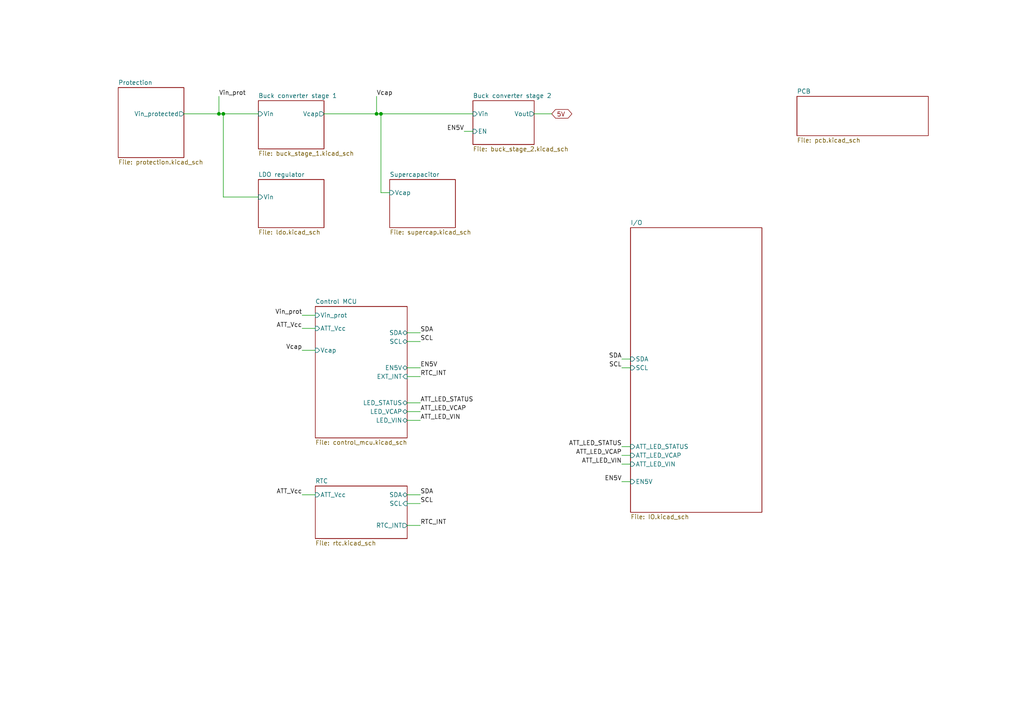
<source format=kicad_sch>
(kicad_sch (version 20211123) (generator eeschema)
  (paper "A4")
  (title_block (title "Sailor Hat for Raspberry Pi") (date "2021-08-19") (rev "v1.0.1") (company "Hat Labs Ltd") (comment 1 "https://creativecommons.org/licenses/by/4.0") (comment 2 "To view a copy of this license, visit ") (comment 3 "Sailor Hat for Raspberry Pi is licensed under CC BY 4.0."))
  (lib_symbols)
  (junction (at 110.49 33.02))
  (junction (at 63.5 33.02))
  (junction (at 64.77 33.02))
  (junction (at 109.22 33.02))
  (wire (pts (xy 121.92 143.51) (xy 118.11 143.51)))
  (wire (pts (xy 63.5 33.02) (xy 64.77 33.02)))
  (wire (pts (xy 91.44 101.6) (xy 87.63 101.6)))
  (wire (pts (xy 110.49 33.02) (xy 137.16 33.02)))
  (wire (pts (xy 182.88 106.68) (xy 180.34 106.68)))
  (wire (pts (xy 93.98 33.02) (xy 109.22 33.02)))
  (wire (pts (xy 118.11 109.22) (xy 121.92 109.22)))
  (wire (pts (xy 182.88 132.08) (xy 180.34 132.08)))
  (wire (pts (xy 113.03 55.88) (xy 110.49 55.88)))
  (wire (pts (xy 118.11 146.05) (xy 121.92 146.05)))
  (wire (pts (xy 134.62 38.1) (xy 137.16 38.1)))
  (wire (pts (xy 64.77 33.02) (xy 74.93 33.02)))
  (wire (pts (xy 87.63 143.51) (xy 91.44 143.51)))
  (wire (pts (xy 180.34 129.54) (xy 182.88 129.54)))
  (wire (pts (xy 64.77 57.15) (xy 74.93 57.15)))
  (wire (pts (xy 118.11 121.92) (xy 121.92 121.92)))
  (wire (pts (xy 180.34 104.14) (xy 182.88 104.14)))
  (wire (pts (xy 180.34 139.7) (xy 182.88 139.7)))
  (wire (pts (xy 118.11 152.4) (xy 121.92 152.4)))
  (wire (pts (xy 53.34 33.02) (xy 63.5 33.02)))
  (wire (pts (xy 110.49 33.02) (xy 110.49 55.88)))
  (wire (pts (xy 109.22 33.02) (xy 110.49 33.02)))
  (wire (pts (xy 154.94 33.02) (xy 160.02 33.02)))
  (wire (pts (xy 63.5 27.94) (xy 63.5 33.02)))
  (wire (pts (xy 121.92 106.68) (xy 118.11 106.68)))
  (wire (pts (xy 64.77 33.02) (xy 64.77 57.15)))
  (wire (pts (xy 182.88 134.62) (xy 180.34 134.62)))
  (wire (pts (xy 109.22 27.94) (xy 109.22 33.02)))
  (wire (pts (xy 118.11 99.06) (xy 121.92 99.06)))
  (wire (pts (xy 87.63 95.25) (xy 91.44 95.25)))
  (wire (pts (xy 121.92 116.84) (xy 118.11 116.84)))
  (wire (pts (xy 118.11 119.38) (xy 121.92 119.38)))
  (wire (pts (xy 121.92 96.52) (xy 118.11 96.52)))
  (wire (pts (xy 87.63 91.44) (xy 91.44 91.44)))
  (label "SCL" (at 180.34 106.68 180))
  (label "ATT_LED_VIN" (at 180.34 134.62 180))
  (label "Vin_prot" (at 63.5 27.94 0))
  (label "EN5V" (at 134.62 38.1 180))
  (label "SCL" (at 121.92 146.05 0))
  (label "RTC_INT" (at 121.92 109.22 0))
  (label "EN5V" (at 121.92 106.68 0))
  (label "ATT_LED_STATUS" (at 180.34 129.54 180))
  (label "RTC_INT" (at 121.92 152.4 0))
  (label "SDA" (at 180.34 104.14 180))
  (label "SDA" (at 121.92 96.52 0))
  (label "Vcap" (at 87.63 101.6 180))
  (label "Vin_prot" (at 87.63 91.44 180))
  (label "ATT_Vcc" (at 87.63 95.25 180))
  (label "ATT_Vcc" (at 87.63 143.51 180))
  (label "SCL" (at 121.92 99.06 0))
  (label "ATT_LED_VCAP" (at 121.92 119.38 0))
  (label "ATT_LED_VIN" (at 121.92 121.92 0))
  (label "ATT_LED_VCAP" (at 180.34 132.08 180))
  (label "EN5V" (at 180.34 139.7 180))
  (label "ATT_LED_STATUS" (at 121.92 116.84 0))
  (label "Vcap" (at 109.22 27.94 0))
  (label "SDA" (at 121.92 143.51 0))
  (global_label "5V" (shape bidirectional) (at 160.02 33.02 0) (property "Intersheet References" "${INTERSHEET_REFS}" (effects hide)))
  (sheet (at 91.44 88.9) (size 26.67 38.1)
    (property "Sheet name" "Control MCU" (at 91.44 88.1884 0) (effects (justify left bottom)))
    (property "Sheet file" "control_mcu.kicad_sch" (at 91.44 127.5846 0) (effects (justify left top)))
    (pin "Vin_prot" input (at 91.44 91.44 180))
    (pin "SDA" bidirectional (at 118.11 96.52 0))
    (pin "SCL" bidirectional (at 118.11 99.06 0))
    (pin "LED_VIN" bidirectional (at 118.11 121.92 0))
    (pin "EN5V" bidirectional (at 118.11 106.68 0))
    (pin "LED_STATUS" bidirectional (at 118.11 116.84 0))
    (pin "LED_VCAP" bidirectional (at 118.11 119.38 0))
    (pin "ATT_Vcc" input (at 91.44 95.25 180))
    (pin "Vcap" input (at 91.44 101.6 180))
    (pin "EXT_INT" input (at 118.11 109.22 0))
  )
  (sheet (at 74.93 29.21) (size 19.05 13.97)
    (property "Sheet name" "Buck converter stage 1" (at 74.93 28.4984 0) (effects (justify left bottom)))
    (property "Sheet file" "buck_stage_1.kicad_sch" (at 74.93 43.7646 0) (effects (justify left top)))
    (pin "Vin" input (at 74.93 33.02 180))
    (pin "Vcap" output (at 93.98 33.02 0))
  )
  (sheet (at 137.16 29.21) (size 17.78 12.7)
    (property "Sheet name" "Buck converter stage 2" (at 137.16 28.4984 0) (effects (justify left bottom)))
    (property "Sheet file" "buck_stage_2.kicad_sch" (at 137.16 42.4946 0) (effects (justify left top)))
    (pin "Vin" input (at 137.16 33.02 180))
    (pin "Vout" output (at 154.94 33.02 0))
    (pin "EN" input (at 137.16 38.1 180))
  )
  (sheet (at 91.44 140.97) (size 26.67 15.24)
    (property "Sheet name" "RTC" (at 91.44 140.2584 0) (effects (justify left bottom)))
    (property "Sheet file" "rtc.kicad_sch" (at 91.44 156.7946 0) (effects (justify left top)))
    (pin "SCL" input (at 118.11 146.05 0))
    (pin "SDA" bidirectional (at 118.11 143.51 0))
    (pin "ATT_Vcc" input (at 91.44 143.51 180))
    (pin "RTC_INT" output (at 118.11 152.4 0))
  )
  (sheet (at 34.29 25.4) (size 19.05 20.32)
    (property "Sheet name" "Protection" (at 34.29 24.6884 0) (effects (justify left bottom)))
    (property "Sheet file" "protection.kicad_sch" (at 34.29 46.3046 0) (effects (justify left top)))
    (pin "Vin_protected" output (at 53.34 33.02 0))
  )
  (sheet (at 182.88 66.04) (size 38.1 82.55)
    (property "Sheet name" "I/O" (at 182.88 65.3284 0) (effects (justify left bottom)))
    (property "Sheet file" "IO.kicad_sch" (at 182.88 149.1746 0) (effects (justify left top)))
    (pin "ATT_LED_VIN" input (at 182.88 134.62 180))
    (pin "EN5V" input (at 182.88 139.7 180))
    (pin "ATT_LED_VCAP" input (at 182.88 132.08 180))
    (pin "ATT_LED_STATUS" input (at 182.88 129.54 180))
    (pin "SDA" input (at 182.88 104.14 180))
    (pin "SCL" input (at 182.88 106.68 180))
  )
  (sheet (at 231.14 27.94) (size 38.1 11.43)
    (property "Sheet name" "PCB" (at 231.14 27.2284 0) (effects (justify left bottom)))
    (property "Sheet file" "pcb.kicad_sch" (at 231.14 39.9546 0) (effects (justify left top)))
  )
  (sheet (at 74.93 52.07) (size 19.05 13.97) (stroke (width 0.1524))
    (property "Sheet name" "LDO regulator" (at 74.93 51.3584 0) (effects (justify left bottom)))
    (property "Sheet file" "ldo.kicad_sch" (at 74.93 66.6246 0) (effects (justify left top)))
    (pin "Vin" input (at 74.93 57.15 180))
  )
  (sheet (at 113.03 52.07) (size 19.05 13.97) (stroke (width 0.1524))
    (property "Sheet name" "Supercapacitor" (at 113.03 51.3584 0) (effects (justify left bottom)))
    (property "Sheet file" "supercap.kicad_sch" (at 113.03 66.6246 0) (effects (justify left top)))
    (pin "Vcap" input (at 113.03 55.88 180))
  )
)
</source>
